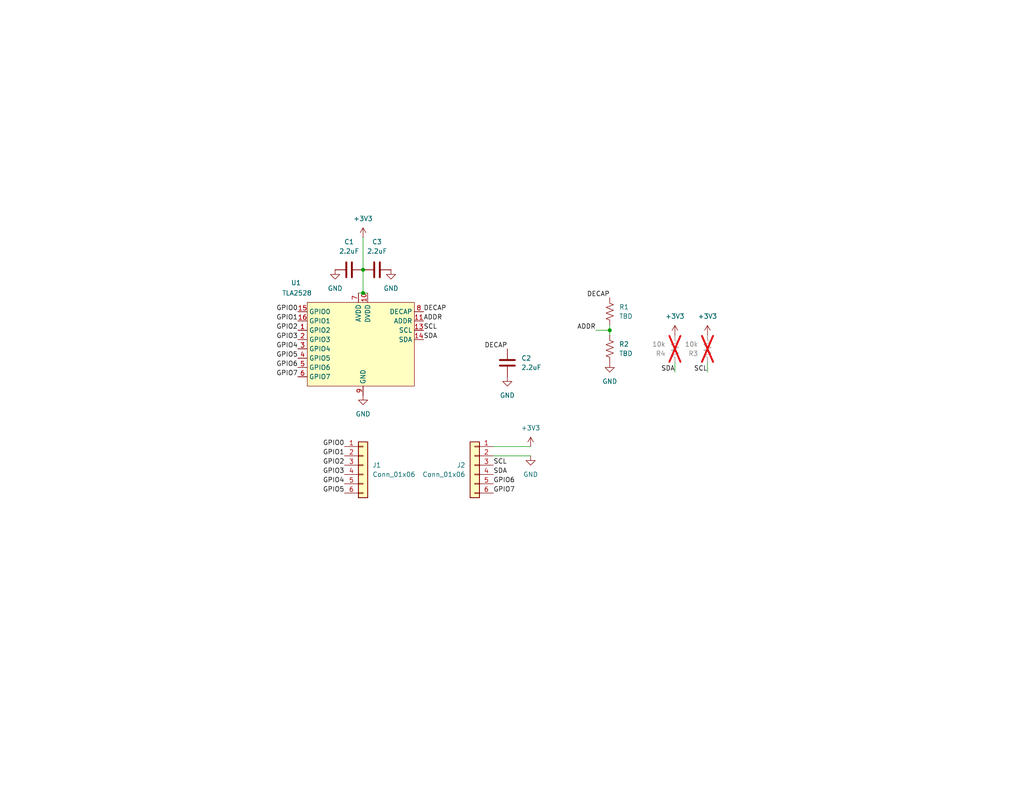
<source format=kicad_sch>
(kicad_sch (version 20231120) (generator "eeschema") (generator_version "8.0")
  (paper "USLetter")
  (title_block (rev "1") (comment 1 "Design for JLCPCB 1-2 Layer Service"))
  (lib_symbols
    (symbol "Connector_Generic:Conn_01x06" (pin_names (offset 1.016) hide)
      (property "Reference" "J" (at 0 7.62 0))
      (property "Value" "Conn_01x06" (at 0 -10.16 0))
      (symbol "Conn_01x06_1_1"
        (rectangle (start -1.27 -7.493) (end 0 -7.747) (stroke (width 0.1524)))
        (rectangle (start -1.27 -4.953) (end 0 -5.207) (stroke (width 0.1524)))
        (rectangle (start -1.27 -2.413) (end 0 -2.667) (stroke (width 0.1524)))
        (rectangle (start -1.27 0.127) (end 0 -0.127) (stroke (width 0.1524)))
        (rectangle (start -1.27 2.667) (end 0 2.413) (stroke (width 0.1524)))
        (rectangle (start -1.27 5.207) (end 0 4.953) (stroke (width 0.1524)))
        (rectangle (start -1.27 6.35) (end 1.27 -8.89) (stroke (width 0.254)) (fill (type background)))
        (pin passive line (at -5.08 5.08 0) (length 3.81) (name "Pin_1") (number "1"))
        (pin passive line (at -5.08 2.54 0) (length 3.81) (name "Pin_2") (number "2"))
        (pin passive line (at -5.08 0 0) (length 3.81) (name "Pin_3") (number "3"))
        (pin passive line (at -5.08 -2.54 0) (length 3.81) (name "Pin_4") (number "4"))
        (pin passive line (at -5.08 -5.08 0) (length 3.81) (name "Pin_5") (number "5"))
        (pin passive line (at -5.08 -7.62 0) (length 3.81) (name "Pin_6") (number "6"))
      )
    )
    (symbol "Device:C" (pin_numbers hide) (pin_names (offset 0.254))
      (property "Reference" "C" (at 0.635 2.54 0))
      (property "Value" "C" (at 0.635 -2.54 0))
      (symbol "C_0_1"
        (polyline (pts (xy -2.032 -0.762) (xy 2.032 -0.762)) (stroke (width 0.508)))
        (polyline (pts (xy -2.032 0.762) (xy 2.032 0.762)) (stroke (width 0.508)))
      )
      (symbol "C_1_1"
        (pin passive line (at 0 3.81 270) (length 2.794) (name "~") (number "1"))
        (pin passive line (at 0 -3.81 90) (length 2.794) (name "~") (number "2"))
      )
    )
    (symbol "Device:R_US" (pin_numbers hide) (pin_names (offset 0))
      (property "Reference" "R" (at 2.54 0 90))
      (property "Value" "R_US" (at -2.54 0 90))
      (symbol "R_US_0_1"
        (polyline (pts (xy 0 -2.286) (xy 0 -2.54)))
        (polyline (pts (xy 0 2.286) (xy 0 2.54)))
        (polyline (pts (xy 0 -0.762) (xy 1.016 -1.143) (xy 0 -1.524) (xy -1.016 -1.905) (xy 0 -2.286)))
        (polyline (pts (xy 0 0.762) (xy 1.016 0.381) (xy 0 0) (xy -1.016 -0.381) (xy 0 -0.762)))
        (polyline (pts (xy 0 2.286) (xy 1.016 1.905) (xy 0 1.524) (xy -1.016 1.143) (xy 0 0.762)))
      )
      (symbol "R_US_1_1"
        (pin passive line (at 0 3.81 270) (length 1.27) (name "~") (number "1"))
        (pin passive line (at 0 -3.81 90) (length 1.27) (name "~") (number "2"))
      )
    )
    (symbol "SJSU_common:TLA2528"
      (property "Reference" "U" (at -0.254 14.478 0))
      (property "Value" "TLA2528" (at 0 11.938 0))
      (symbol "TLA2528_1_1"
        (rectangle (start -15.24 3.81) (end 13.97 -19.05) (fill (type background)))
        (pin tri_state line (at -17.78 -3.81 0) (length 2.54) (name "GPIO2") (number "1"))
        (pin power_in line (at 1.27 6.35 270) (length 2.54) (name "DVDD") (number "10"))
        (pin input line (at 16.51 -1.27 180) (length 2.54) (name "ADDR") (number "11"))
        (pin no_connect non_logic (at 16.51 -16.51 180) (length 2.54) hide (name "NC") (number "12"))
        (pin open_collector line (at 16.51 -3.81 180) (length 2.54) (name "SCL") (number "13"))
        (pin open_collector line (at 16.51 -6.35 180) (length 2.54) (name "SDA") (number "14"))
        (pin tri_state line (at -17.78 1.27 0) (length 2.54) (name "GPIO0") (number "15"))
        (pin tri_state line (at -17.78 -1.27 0) (length 2.54) (name "GPIO1") (number "16"))
        (pin power_out line (at 0 -21.59 90) (length 2.54) hide (name "GND") (number "17"))
        (pin tri_state line (at -17.78 -6.35 0) (length 2.54) (name "GPIO3") (number "2"))
        (pin tri_state line (at -17.78 -8.89 0) (length 2.54) (name "GPIO4") (number "3"))
        (pin tri_state line (at -17.78 -11.43 0) (length 2.54) (name "GPIO5") (number "4"))
        (pin tri_state line (at -17.78 -13.97 0) (length 2.54) (name "GPIO6") (number "5"))
        (pin tri_state line (at -17.78 -16.51 0) (length 2.54) (name "GPIO7") (number "6"))
        (pin power_in line (at -1.27 6.35 270) (length 2.54) (name "AVDD") (number "7"))
        (pin passive line (at 16.51 1.27 180) (length 2.54) (name "DECAP") (number "8"))
        (pin power_out line (at 0 -21.59 90) (length 2.54) (name "GND") (number "9"))
      )
    )
    (symbol "power:+3V3" (power) (pin_numbers hide) (pin_names (offset 0) hide)
      (property "Value" "+3V3" (at 0 3.556 0))
      (symbol "+3V3_0_1"
        (polyline (pts (xy -0.762 1.27) (xy 0 2.54)))
        (polyline (pts (xy 0 0) (xy 0 2.54)))
        (polyline (pts (xy 0 2.54) (xy 0.762 1.27)))
      )
      (symbol "+3V3_1_1"
        (pin power_in line (at 0 0 90) (length 0) (name "~") (number "1"))
      )
    )
    (symbol "power:GND" (power) (pin_numbers hide) (pin_names (offset 0) hide)
      (property "Value" "GND" (at 0 -3.81 0))
      (symbol "GND_0_1"
        (polyline (pts (xy 0 0) (xy 0 -1.27) (xy 1.27 -1.27) (xy 0 -2.54) (xy -1.27 -1.27) (xy 0 -1.27)))
      )
      (symbol "GND_1_1"
        (pin power_in line (at 0 0 270) (length 0) (name "~") (number "1"))
      )
    )
  )
  (junction (at 166.37 90.17))
  (junction (at 99.06 80.01))
  (junction (at 99.06 73.66))
  (wire (pts (xy 144.78 121.92) (xy 134.62 121.92)))
  (wire (pts (xy 134.62 124.46) (xy 144.78 124.46)))
  (wire (pts (xy 166.37 91.44) (xy 166.37 90.17)))
  (wire (pts (xy 193.04 101.6) (xy 193.04 99.06)))
  (wire (pts (xy 184.15 101.6) (xy 184.15 99.06)))
  (wire (pts (xy 162.56 90.17) (xy 166.37 90.17)))
  (wire (pts (xy 99.06 73.66) (xy 99.06 80.01)))
  (wire (pts (xy 166.37 90.17) (xy 166.37 88.9)))
  (wire (pts (xy 100.33 80.01) (xy 99.06 80.01)))
  (wire (pts (xy 99.06 64.77) (xy 99.06 73.66)))
  (wire (pts (xy 99.06 80.01) (xy 97.79 80.01)))
  (label "GPIO7" (at 81.28 102.87 180))
  (label "GPIO3" (at 81.28 92.71 180))
  (label "GPIO0" (at 81.28 85.09 180))
  (label "GPIO5" (at 93.98 134.62 180))
  (label "GPIO3" (at 93.98 129.54 180))
  (label "ADDR" (at 162.56 90.17 180))
  (label "GPIO2" (at 93.98 127 180))
  (label "GPIO7" (at 134.62 134.62 0))
  (label "SCL" (at 193.04 101.6 180))
  (label "SDA" (at 184.15 101.6 180))
  (label "GPIO1" (at 81.28 87.63 180))
  (label "GPIO5" (at 81.28 97.79 180))
  (label "GPIO6" (at 134.62 132.08 0))
  (label "GPIO4" (at 93.98 132.08 180))
  (label "SDA" (at 134.62 129.54 0))
  (label "SCL" (at 134.62 127 0))
  (label "GPIO2" (at 81.28 90.17 180))
  (label "GPIO0" (at 93.98 121.92 180))
  (label "ADDR" (at 115.57 87.63 0))
  (label "GPIO6" (at 81.28 100.33 180))
  (label "SCL" (at 115.57 90.17 0))
  (label "GPIO4" (at 81.28 95.25 180))
  (label "SDA" (at 115.57 92.71 0))
  (label "DECAP" (at 166.37 81.28 180))
  (label "DECAP" (at 138.43 95.25 180))
  (label "GPIO1" (at 93.98 124.46 180))
  (label "DECAP" (at 115.57 85.09 0))
  (symbol (lib_id "Device:C") (at 102.87 73.66 270) (mirror x) (unit 1)
    (property "Reference" "C3" (at 102.87 66.04 90))
    (property "Value" "2.2uF" (at 102.87 68.58 90))
    (property "Footprint" "Capacitor_SMD:C_0603_1608Metric" (effects (hide yes)))
    (property "Description" "Unpolarized capacitor" (effects (hide yes)))
  )
  (symbol (lib_id "power:+3V3") (at 99.06 64.77 0) (unit 1)
    (property "Reference" "#PWR01" (effects (hide yes)))
    (property "Value" "+3V3" (at 99.06 59.69 0))
    (property "Description" "Power symbol creates a global label with name \"+3V3\"" (effects (hide yes)))
  )
  (symbol (lib_id "Connector_Generic:Conn_01x06") (at 99.06 127 0) (unit 1)
    (property "Reference" "J1" (at 101.6 126.9999 0) (effects (justify left)))
    (property "Value" "Conn_01x06" (at 101.6 129.5399 0) (effects (justify left)))
    (property "Footprint" "Connector_PinHeader_2.54mm:PinHeader_1x06_P2.54mm_Vertical" (effects (hide yes)))
    (property "Description" "Generic connector, single row, 01x06, script generated (kicad-library-utils/schlib/autogen/connector/)" (effects (hide yes)))
  )
  (symbol (lib_id "power:GND") (at 138.43 102.87 0) (unit 1)
    (property "Reference" "#PWR04" (effects (hide yes)))
    (property "Value" "GND" (at 138.43 107.95 0))
    (property "Description" "Power symbol creates a global label with name \"GND\" , ground" (effects (hide yes)))
  )
  (symbol (lib_id "power:GND") (at 166.37 99.06 0) (unit 1)
    (property "Reference" "#PWR05" (effects (hide yes)))
    (property "Value" "GND" (at 166.37 104.14 0))
    (property "Description" "Power symbol creates a global label with name \"GND\" , ground" (effects (hide yes)))
  )
  (symbol (lib_id "Connector_Generic:Conn_01x06") (at 129.54 127 0) (mirror y) (unit 1)
    (property "Reference" "J2" (at 127 126.9999 0) (effects (justify left)))
    (property "Value" "Conn_01x06" (at 127 129.5399 0) (effects (justify left)))
    (property "Footprint" "Connector_PinHeader_2.54mm:PinHeader_1x06_P2.54mm_Vertical" (effects (hide yes)))
    (property "Description" "Generic connector, single row, 01x06, script generated (kicad-library-utils/schlib/autogen/connector/)" (effects (hide yes)))
  )
  (symbol (lib_id "power:+3V3") (at 193.04 91.44 0) (unit 1)
    (property "Reference" "#PWR07" (effects (hide yes)))
    (property "Value" "+3V3" (at 193.04 86.36 0))
    (property "Description" "Power symbol creates a global label with name \"+3V3\"" (effects (hide yes)))
  )
  (symbol (lib_id "Device:C") (at 138.43 99.06 180) (unit 1)
    (property "Reference" "C2" (at 142.24 97.7899 0) (effects (justify right)))
    (property "Value" "2.2uF" (at 142.24 100.3299 0) (effects (justify right)))
    (property "Footprint" "Capacitor_SMD:C_0603_1608Metric" (effects (hide yes)))
    (property "Description" "Unpolarized capacitor" (effects (hide yes)))
  )
  (symbol (lib_id "power:+3V3") (at 144.78 121.92 0) (unit 1)
    (property "Reference" "#PWR09" (effects (hide yes)))
    (property "Value" "+3V3" (at 144.78 116.84 0))
    (property "Description" "Power symbol creates a global label with name \"+3V3\"" (effects (hide yes)))
  )
  (symbol (lib_id "power:GND") (at 144.78 124.46 0) (unit 1)
    (property "Reference" "#PWR010" (effects (hide yes)))
    (property "Value" "GND" (at 144.78 129.54 0))
    (property "Description" "Power symbol creates a global label with name \"GND\" , ground" (effects (hide yes)))
  )
  (symbol (lib_id "power:GND") (at 106.68 73.66 0) (mirror y) (unit 1)
    (property "Reference" "#PWR08" (effects (hide yes)))
    (property "Value" "GND" (at 106.68 78.74 0))
    (property "Description" "Power symbol creates a global label with name \"GND\" , ground" (effects (hide yes)))
  )
  (symbol (lib_id "Device:R_US") (at 184.15 95.25 180) (unit 1) (dnp yes)
    (property "Reference" "R4" (at 181.61 96.5201 0) (effects (justify left)))
    (property "Value" "10k" (at 181.61 93.9801 0) (effects (justify left)))
    (property "Footprint" "Resistor_SMD:R_0603_1608Metric" (effects (hide yes)))
    (property "Description" "Resistor, US symbol" (effects (hide yes)))
  )
  (symbol (lib_id "Device:R_US") (at 166.37 95.25 0) (unit 1)
    (property "Reference" "R2" (at 168.91 93.9799 0) (effects (justify left)))
    (property "Value" "TBD" (at 168.91 96.5199 0) (effects (justify left)))
    (property "Footprint" "Resistor_SMD:R_0603_1608Metric" (effects (hide yes)))
    (property "Description" "Resistor, US symbol" (effects (hide yes)))
  )
  (symbol (lib_id "Device:R_US") (at 193.04 95.25 180) (unit 1) (dnp yes)
    (property "Reference" "R3" (at 190.5 96.5201 0) (effects (justify left)))
    (property "Value" "10k" (at 190.5 93.9801 0) (effects (justify left)))
    (property "Footprint" "Resistor_SMD:R_0603_1608Metric" (effects (hide yes)))
    (property "Description" "Resistor, US symbol" (effects (hide yes)))
  )
  (symbol (lib_id "power:GND") (at 91.44 73.66 0) (unit 1)
    (property "Reference" "#PWR03" (effects (hide yes)))
    (property "Value" "GND" (at 91.44 78.74 0))
    (property "Description" "Power symbol creates a global label with name \"GND\" , ground" (effects (hide yes)))
  )
  (symbol (lib_id "Device:R_US") (at 166.37 85.09 0) (unit 1)
    (property "Reference" "R1" (at 168.91 83.8199 0) (effects (justify left)))
    (property "Value" "TBD" (at 168.91 86.3599 0) (effects (justify left)))
    (property "Footprint" "Resistor_SMD:R_0603_1608Metric" (effects (hide yes)))
    (property "Description" "Resistor, US symbol" (effects (hide yes)))
  )
  (symbol (lib_id "Device:C") (at 95.25 73.66 90) (unit 1)
    (property "Reference" "C1" (at 95.25 66.04 90))
    (property "Value" "2.2uF" (at 95.25 68.58 90))
    (property "Footprint" "Capacitor_SMD:C_0603_1608Metric" (effects (hide yes)))
    (property "Description" "Unpolarized capacitor" (effects (hide yes)))
  )
  (symbol (lib_id "SJSU_common:TLA2528") (at 99.06 86.36 0) (unit 1)
    (property "Reference" "U1" (at 80.772 77.216 0))
    (property "Value" "TLA2528" (at 81.026 80.01 0))
    (property "Footprint" "Package_DFN_QFN:QFN-16-1EP_3x3mm_P0.5mm_EP1.7x1.7mm" (effects (hide yes)))
    (property "Datasheet" "https://www.ti.com/lit/ds/symlink/tla2528.pdf" (effects (hide yes)))
    (property "Description" "I2C GPIO and ADC" (effects (hide yes)))
  )
  (symbol (lib_id "power:GND") (at 99.06 107.95 0) (unit 1)
    (property "Reference" "#PWR02" (effects (hide yes)))
    (property "Value" "GND" (at 99.06 113.03 0))
    (property "Description" "Power symbol creates a global label with name \"GND\" , ground" (effects (hide yes)))
  )
  (symbol (lib_id "power:+3V3") (at 184.15 91.44 0) (unit 1)
    (property "Reference" "#PWR06" (effects (hide yes)))
    (property "Value" "+3V3" (at 184.15 86.36 0))
    (property "Description" "Power symbol creates a global label with name \"+3V3\"" (effects (hide yes)))
  )
)
</source>
